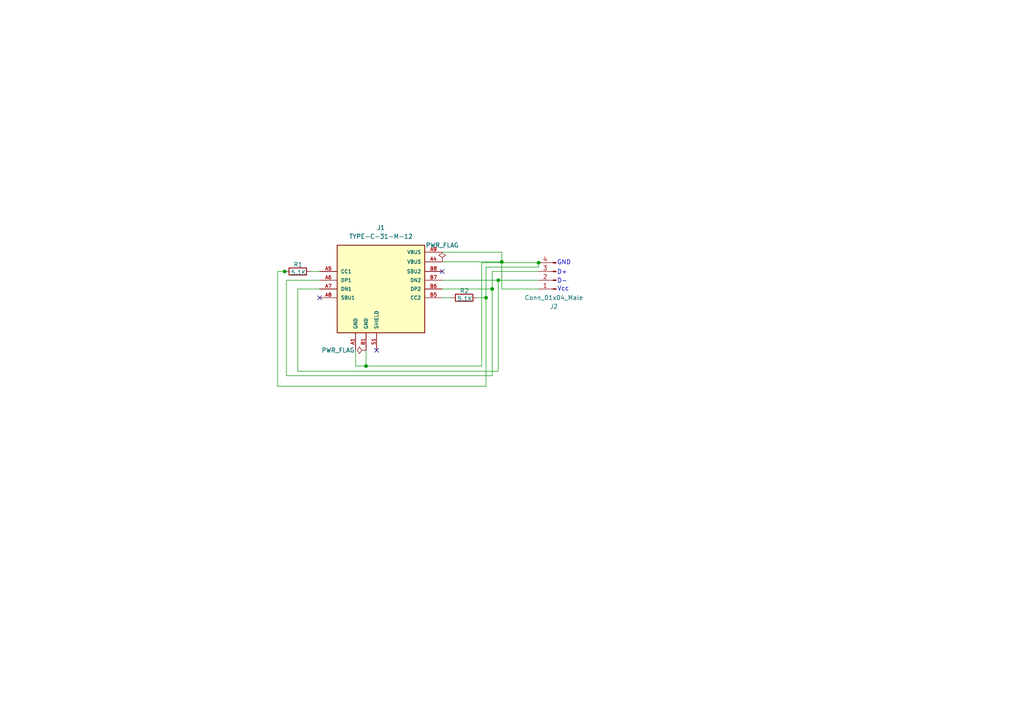
<source format=kicad_sch>
(kicad_sch (version 20211123) (generator eeschema)

  (uuid e63e39d7-6ac0-4ffd-8aa3-1841a4541b55)

  (paper "A4")

  (title_block
    (title "Xbox 360 3rd Party USB-C Conversion Board")
    (rev "1.1")
  )

  (lib_symbols
    (symbol "Connector:Conn_01x04_Male" (pin_names (offset 1.016) hide) (in_bom yes) (on_board yes)
      (property "Reference" "J" (id 0) (at 0 5.08 0)
        (effects (font (size 1.27 1.27)))
      )
      (property "Value" "Conn_01x04_Male" (id 1) (at 0 -7.62 0)
        (effects (font (size 1.27 1.27)))
      )
      (property "Footprint" "" (id 2) (at 0 0 0)
        (effects (font (size 1.27 1.27)) hide)
      )
      (property "Datasheet" "~" (id 3) (at 0 0 0)
        (effects (font (size 1.27 1.27)) hide)
      )
      (property "ki_keywords" "connector" (id 4) (at 0 0 0)
        (effects (font (size 1.27 1.27)) hide)
      )
      (property "ki_description" "Generic connector, single row, 01x04, script generated (kicad-library-utils/schlib/autogen/connector/)" (id 5) (at 0 0 0)
        (effects (font (size 1.27 1.27)) hide)
      )
      (property "ki_fp_filters" "Connector*:*_1x??_*" (id 6) (at 0 0 0)
        (effects (font (size 1.27 1.27)) hide)
      )
      (symbol "Conn_01x04_Male_1_1"
        (polyline
          (pts
            (xy 1.27 -5.08)
            (xy 0.8636 -5.08)
          )
          (stroke (width 0.1524) (type default) (color 0 0 0 0))
          (fill (type none))
        )
        (polyline
          (pts
            (xy 1.27 -2.54)
            (xy 0.8636 -2.54)
          )
          (stroke (width 0.1524) (type default) (color 0 0 0 0))
          (fill (type none))
        )
        (polyline
          (pts
            (xy 1.27 0)
            (xy 0.8636 0)
          )
          (stroke (width 0.1524) (type default) (color 0 0 0 0))
          (fill (type none))
        )
        (polyline
          (pts
            (xy 1.27 2.54)
            (xy 0.8636 2.54)
          )
          (stroke (width 0.1524) (type default) (color 0 0 0 0))
          (fill (type none))
        )
        (rectangle (start 0.8636 -4.953) (end 0 -5.207)
          (stroke (width 0.1524) (type default) (color 0 0 0 0))
          (fill (type outline))
        )
        (rectangle (start 0.8636 -2.413) (end 0 -2.667)
          (stroke (width 0.1524) (type default) (color 0 0 0 0))
          (fill (type outline))
        )
        (rectangle (start 0.8636 0.127) (end 0 -0.127)
          (stroke (width 0.1524) (type default) (color 0 0 0 0))
          (fill (type outline))
        )
        (rectangle (start 0.8636 2.667) (end 0 2.413)
          (stroke (width 0.1524) (type default) (color 0 0 0 0))
          (fill (type outline))
        )
        (pin passive line (at 5.08 2.54 180) (length 3.81)
          (name "Pin_1" (effects (font (size 1.27 1.27))))
          (number "1" (effects (font (size 1.27 1.27))))
        )
        (pin passive line (at 5.08 0 180) (length 3.81)
          (name "Pin_2" (effects (font (size 1.27 1.27))))
          (number "2" (effects (font (size 1.27 1.27))))
        )
        (pin passive line (at 5.08 -2.54 180) (length 3.81)
          (name "Pin_3" (effects (font (size 1.27 1.27))))
          (number "3" (effects (font (size 1.27 1.27))))
        )
        (pin passive line (at 5.08 -5.08 180) (length 3.81)
          (name "Pin_4" (effects (font (size 1.27 1.27))))
          (number "4" (effects (font (size 1.27 1.27))))
        )
      )
    )
    (symbol "Device:R" (pin_numbers hide) (pin_names (offset 0)) (in_bom yes) (on_board yes)
      (property "Reference" "R" (id 0) (at 2.032 0 90)
        (effects (font (size 1.27 1.27)))
      )
      (property "Value" "R" (id 1) (at 0 0 90)
        (effects (font (size 1.27 1.27)))
      )
      (property "Footprint" "" (id 2) (at -1.778 0 90)
        (effects (font (size 1.27 1.27)) hide)
      )
      (property "Datasheet" "~" (id 3) (at 0 0 0)
        (effects (font (size 1.27 1.27)) hide)
      )
      (property "ki_keywords" "R res resistor" (id 4) (at 0 0 0)
        (effects (font (size 1.27 1.27)) hide)
      )
      (property "ki_description" "Resistor" (id 5) (at 0 0 0)
        (effects (font (size 1.27 1.27)) hide)
      )
      (property "ki_fp_filters" "R_*" (id 6) (at 0 0 0)
        (effects (font (size 1.27 1.27)) hide)
      )
      (symbol "R_0_1"
        (rectangle (start -1.016 -2.54) (end 1.016 2.54)
          (stroke (width 0.254) (type default) (color 0 0 0 0))
          (fill (type none))
        )
      )
      (symbol "R_1_1"
        (pin passive line (at 0 3.81 270) (length 1.27)
          (name "~" (effects (font (size 1.27 1.27))))
          (number "1" (effects (font (size 1.27 1.27))))
        )
        (pin passive line (at 0 -3.81 90) (length 1.27)
          (name "~" (effects (font (size 1.27 1.27))))
          (number "2" (effects (font (size 1.27 1.27))))
        )
      )
    )
    (symbol "TYPE-C-31-M-12:TYPE-C-31-M-12" (pin_names (offset 1.016)) (in_bom yes) (on_board yes)
      (property "Reference" "J1" (id 0) (at 0 17.78 0)
        (effects (font (size 1.27 1.27)))
      )
      (property "Value" "TYPE-C-31-M-12" (id 1) (at 0 15.24 0)
        (effects (font (size 1.27 1.27)))
      )
      (property "Footprint" "Connector_USB:USB_C_Receptacle_HRO_TYPE-C-31-M-12" (id 2) (at 0 0 0)
        (effects (font (size 1.27 1.27)) (justify left bottom) hide)
      )
      (property "Datasheet" "" (id 3) (at 0 0 0)
        (effects (font (size 1.27 1.27)) (justify left bottom) hide)
      )
      (property "MANUFACTURER" "HRO Electronics" (id 4) (at 0 0 0)
        (effects (font (size 1.27 1.27)) (justify left bottom) hide)
      )
      (property "MAXIMUM_PACKAGE_HEIGHT" "3.31mm" (id 5) (at 0 0 0)
        (effects (font (size 1.27 1.27)) (justify left bottom) hide)
      )
      (property "STANDARD" "Manufacturer Recommendations" (id 6) (at 0 0 0)
        (effects (font (size 1.27 1.27)) (justify left bottom) hide)
      )
      (property "PARTREV" "A" (id 7) (at 0 0 0)
        (effects (font (size 1.27 1.27)) (justify left bottom) hide)
      )
      (property "ki_locked" "" (id 8) (at 0 0 0)
        (effects (font (size 1.27 1.27)))
      )
      (symbol "TYPE-C-31-M-12_0_0"
        (rectangle (start -12.7 -12.7) (end 12.7 12.7)
          (stroke (width 0.254) (type default) (color 0 0 0 0))
          (fill (type background))
        )
        (pin power_in line (at -7.366 -17.78 90) (length 5.08)
          (name "GND" (effects (font (size 1.016 1.016))))
          (number "A1" (effects (font (size 1.016 1.016))))
        )
        (pin power_in line (at 17.78 7.874 180) (length 5.08)
          (name "VBUS" (effects (font (size 1.016 1.016))))
          (number "A4" (effects (font (size 1.016 1.016))))
        )
        (pin bidirectional line (at -17.78 5.08 0) (length 5.08)
          (name "CC1" (effects (font (size 1.016 1.016))))
          (number "A5" (effects (font (size 1.016 1.016))))
        )
        (pin bidirectional line (at -17.78 2.54 0) (length 5.08)
          (name "DP1" (effects (font (size 1.016 1.016))))
          (number "A6" (effects (font (size 1.016 1.016))))
        )
        (pin bidirectional line (at -17.78 0 0) (length 5.08)
          (name "DN1" (effects (font (size 1.016 1.016))))
          (number "A7" (effects (font (size 1.016 1.016))))
        )
        (pin bidirectional line (at -17.78 -2.54 0) (length 5.08)
          (name "SBU1" (effects (font (size 1.016 1.016))))
          (number "A8" (effects (font (size 1.016 1.016))))
        )
        (pin power_in line (at 17.78 10.668 180) (length 5.08)
          (name "VBUS" (effects (font (size 1.016 1.016))))
          (number "A9" (effects (font (size 1.016 1.016))))
        )
        (pin power_in line (at -4.318 -17.78 90) (length 5.08)
          (name "GND" (effects (font (size 1.016 1.016))))
          (number "B1" (effects (font (size 1.016 1.016))))
        )
        (pin bidirectional line (at 17.78 -2.54 180) (length 5.08)
          (name "CC2" (effects (font (size 1.016 1.016))))
          (number "B5" (effects (font (size 1.016 1.016))))
        )
        (pin bidirectional line (at 17.78 0 180) (length 5.08)
          (name "DP2" (effects (font (size 1.016 1.016))))
          (number "B6" (effects (font (size 1.016 1.016))))
        )
        (pin bidirectional line (at 17.78 2.54 180) (length 5.08)
          (name "DN2" (effects (font (size 1.016 1.016))))
          (number "B7" (effects (font (size 1.016 1.016))))
        )
        (pin bidirectional line (at 17.78 5.08 180) (length 5.08)
          (name "SBU2" (effects (font (size 1.016 1.016))))
          (number "B8" (effects (font (size 1.016 1.016))))
        )
        (pin passive line (at -1.27 -17.78 90) (length 5.08)
          (name "SHIELD" (effects (font (size 1.016 1.016))))
          (number "S1" (effects (font (size 1.016 1.016))))
        )
      )
    )
    (symbol "power:PWR_FLAG" (power) (pin_numbers hide) (pin_names (offset 0) hide) (in_bom yes) (on_board yes)
      (property "Reference" "#FLG" (id 0) (at 0 1.905 0)
        (effects (font (size 1.27 1.27)) hide)
      )
      (property "Value" "PWR_FLAG" (id 1) (at 0 3.81 0)
        (effects (font (size 1.27 1.27)))
      )
      (property "Footprint" "" (id 2) (at 0 0 0)
        (effects (font (size 1.27 1.27)) hide)
      )
      (property "Datasheet" "~" (id 3) (at 0 0 0)
        (effects (font (size 1.27 1.27)) hide)
      )
      (property "ki_keywords" "power-flag" (id 4) (at 0 0 0)
        (effects (font (size 1.27 1.27)) hide)
      )
      (property "ki_description" "Special symbol for telling ERC where power comes from" (id 5) (at 0 0 0)
        (effects (font (size 1.27 1.27)) hide)
      )
      (symbol "PWR_FLAG_0_0"
        (pin power_out line (at 0 0 90) (length 0)
          (name "pwr" (effects (font (size 1.27 1.27))))
          (number "1" (effects (font (size 1.27 1.27))))
        )
      )
      (symbol "PWR_FLAG_0_1"
        (polyline
          (pts
            (xy 0 0)
            (xy 0 1.27)
            (xy -1.016 1.905)
            (xy 0 2.54)
            (xy 1.016 1.905)
            (xy 0 1.27)
          )
          (stroke (width 0) (type default) (color 0 0 0 0))
          (fill (type none))
        )
      )
    )
  )


  (junction (at 140.97 86.36) (diameter 0) (color 0 0 0 0)
    (uuid 1caba20a-d972-4526-b6a3-a455f3f610e8)
  )
  (junction (at 142.748 83.82) (diameter 0) (color 0 0 0 0)
    (uuid 45772412-1526-424d-84ec-77bf4ec10ff8)
  )
  (junction (at 106.172 106.172) (diameter 0) (color 0 0 0 0)
    (uuid 457c7663-c0a1-4cf6-8d6d-268ee8cdc0fe)
  )
  (junction (at 144.526 81.28) (diameter 0) (color 0 0 0 0)
    (uuid 6de303ca-3225-4a43-b476-073916c0e51b)
  )
  (junction (at 145.542 75.946) (diameter 0) (color 0 0 0 0)
    (uuid 93e5430e-9cde-406a-934b-aee86407a5d0)
  )
  (junction (at 156.21 76.2) (diameter 0) (color 0 0 0 0)
    (uuid bf0473c7-0b5a-466f-9bb1-5daaf7a74516)
  )
  (junction (at 82.55 78.74) (diameter 0) (color 0 0 0 0)
    (uuid c4418f84-59ea-4d72-81dc-d0e4571f8e7e)
  )

  (no_connect (at 92.71 86.36) (uuid 89287216-bede-4c95-8a80-be61e2e17c42))
  (no_connect (at 128.27 78.74) (uuid 89287216-bede-4c95-8a80-be61e2e17c43))
  (no_connect (at 109.22 101.6) (uuid e78d57b8-34c7-40d6-b45a-9ffcb3f5357c))

  (wire (pts (xy 80.518 78.74) (xy 80.518 112.014))
    (stroke (width 0) (type default) (color 0 0 0 0))
    (uuid 1f053d37-77cc-459e-adc5-f8f06bf119f6)
  )
  (wire (pts (xy 145.542 75.946) (xy 145.542 83.82))
    (stroke (width 0) (type default) (color 0 0 0 0))
    (uuid 22541104-644a-4d67-b8fa-1c762a76e148)
  )
  (wire (pts (xy 128.27 81.28) (xy 144.526 81.28))
    (stroke (width 0) (type default) (color 0 0 0 0))
    (uuid 25a9af89-f128-49a1-8514-0feefe9612f8)
  )
  (wire (pts (xy 128.27 75.946) (xy 145.542 75.946))
    (stroke (width 0) (type default) (color 0 0 0 0))
    (uuid 3391e5c5-5252-4394-b684-c66cf8999bc8)
  )
  (wire (pts (xy 128.27 86.36) (xy 130.81 86.36))
    (stroke (width 0) (type default) (color 0 0 0 0))
    (uuid 379c7880-895c-43a3-be81-1d46abdb6d31)
  )
  (wire (pts (xy 139.7 76.2) (xy 156.21 76.2))
    (stroke (width 0) (type default) (color 0 0 0 0))
    (uuid 381ec3c9-e67f-421f-a889-e25a24188743)
  )
  (wire (pts (xy 142.748 78.74) (xy 156.21 78.74))
    (stroke (width 0) (type default) (color 0 0 0 0))
    (uuid 3cdea48a-915c-4f42-8333-573b48708693)
  )
  (wire (pts (xy 83.058 81.28) (xy 83.058 108.966))
    (stroke (width 0) (type default) (color 0 0 0 0))
    (uuid 3f8f0ab1-d912-40d1-a3f3-30e0c9c79959)
  )
  (wire (pts (xy 140.97 112.014) (xy 140.97 86.36))
    (stroke (width 0) (type default) (color 0 0 0 0))
    (uuid 44f70088-3ecb-4544-9417-8ef0ed90a886)
  )
  (wire (pts (xy 90.17 78.74) (xy 92.71 78.74))
    (stroke (width 0) (type default) (color 0 0 0 0))
    (uuid 475658a3-ea8b-4284-8718-1be74ece316d)
  )
  (wire (pts (xy 156.21 77.47) (xy 156.21 76.2))
    (stroke (width 0) (type default) (color 0 0 0 0))
    (uuid 4838ce78-7aa5-4809-bad8-8679c7dffa04)
  )
  (wire (pts (xy 138.43 86.36) (xy 140.97 86.36))
    (stroke (width 0) (type default) (color 0 0 0 0))
    (uuid 4be986aa-f021-402d-9b49-90bb0ad10020)
  )
  (wire (pts (xy 92.71 83.82) (xy 86.36 83.82))
    (stroke (width 0) (type default) (color 0 0 0 0))
    (uuid 4cbc63c9-d696-4f33-aee0-d14d97db3e92)
  )
  (wire (pts (xy 142.748 83.82) (xy 142.748 78.74))
    (stroke (width 0) (type default) (color 0 0 0 0))
    (uuid 6b6860f5-0884-49ed-81c8-98fc88a0249c)
  )
  (wire (pts (xy 139.7 106.172) (xy 139.7 76.2))
    (stroke (width 0) (type default) (color 0 0 0 0))
    (uuid 83aa9884-f315-4fd4-a994-b2b717b303ce)
  )
  (wire (pts (xy 82.804 78.74) (xy 82.55 78.74))
    (stroke (width 0) (type default) (color 0 0 0 0))
    (uuid 8618bfc3-f76a-4741-8c00-0ce49dd0f2a6)
  )
  (wire (pts (xy 103.124 106.172) (xy 106.172 106.172))
    (stroke (width 0) (type default) (color 0 0 0 0))
    (uuid 98f6077b-dccb-4375-be6e-152798f42bce)
  )
  (wire (pts (xy 140.97 86.36) (xy 140.97 77.47))
    (stroke (width 0) (type default) (color 0 0 0 0))
    (uuid 9c2a5664-3c4d-4d8d-ba01-e6bd80ddb62a)
  )
  (wire (pts (xy 86.36 83.82) (xy 86.36 107.696))
    (stroke (width 0) (type default) (color 0 0 0 0))
    (uuid a598fa92-f8b0-4b99-82d7-45a2ba780709)
  )
  (wire (pts (xy 82.55 78.74) (xy 80.518 78.74))
    (stroke (width 0) (type default) (color 0 0 0 0))
    (uuid ae86a6f4-d574-4593-a001-62f0c1c9e1e6)
  )
  (wire (pts (xy 145.542 73.152) (xy 145.542 75.946))
    (stroke (width 0) (type default) (color 0 0 0 0))
    (uuid bbe645d4-4869-4ed2-b74f-ed55ed42d253)
  )
  (wire (pts (xy 92.71 81.28) (xy 83.058 81.28))
    (stroke (width 0) (type default) (color 0 0 0 0))
    (uuid c04bb9e5-30a7-4fb6-8c17-290925e4b9e5)
  )
  (wire (pts (xy 142.748 108.966) (xy 142.748 83.82))
    (stroke (width 0) (type default) (color 0 0 0 0))
    (uuid c527f308-56ab-48d1-952d-ad41917b8ba9)
  )
  (wire (pts (xy 106.172 101.6) (xy 106.172 106.172))
    (stroke (width 0) (type default) (color 0 0 0 0))
    (uuid cce71698-963e-434f-9c05-3863a68a92cb)
  )
  (wire (pts (xy 128.27 73.152) (xy 145.542 73.152))
    (stroke (width 0) (type default) (color 0 0 0 0))
    (uuid cd6b9615-a1d1-420b-9c3d-ad9728d72604)
  )
  (wire (pts (xy 145.542 83.82) (xy 156.21 83.82))
    (stroke (width 0) (type default) (color 0 0 0 0))
    (uuid d62cfea8-8f33-4201-8399-d47fe88fe3c5)
  )
  (wire (pts (xy 144.526 81.28) (xy 156.21 81.28))
    (stroke (width 0) (type default) (color 0 0 0 0))
    (uuid de2d19c0-f0b0-446c-9ebb-2f2162c0b4ff)
  )
  (wire (pts (xy 144.526 107.696) (xy 144.526 81.28))
    (stroke (width 0) (type default) (color 0 0 0 0))
    (uuid e29fdd0e-802b-4bee-a1dd-471ab7094044)
  )
  (wire (pts (xy 106.172 106.172) (xy 139.7 106.172))
    (stroke (width 0) (type default) (color 0 0 0 0))
    (uuid e736ea18-3442-4169-95fe-489b7b8b7f1f)
  )
  (wire (pts (xy 140.97 77.47) (xy 156.21 77.47))
    (stroke (width 0) (type default) (color 0 0 0 0))
    (uuid ed60d952-bf69-461c-8467-ecca893b89fe)
  )
  (wire (pts (xy 128.27 83.82) (xy 142.748 83.82))
    (stroke (width 0) (type default) (color 0 0 0 0))
    (uuid edb314d4-6a64-4bdf-bfbd-9b2ee7345223)
  )
  (wire (pts (xy 86.36 107.696) (xy 144.526 107.696))
    (stroke (width 0) (type default) (color 0 0 0 0))
    (uuid f1a6f4a9-1c66-44d9-bd15-4c7ccd72d872)
  )
  (wire (pts (xy 83.058 108.966) (xy 142.748 108.966))
    (stroke (width 0) (type default) (color 0 0 0 0))
    (uuid f2019955-c8b2-438a-8045-1ed15972c261)
  )
  (wire (pts (xy 103.124 101.6) (xy 103.124 106.172))
    (stroke (width 0) (type default) (color 0 0 0 0))
    (uuid f9cfd4f2-ff52-4de2-a845-ed576ff056f2)
  )
  (wire (pts (xy 80.518 112.014) (xy 140.97 112.014))
    (stroke (width 0) (type default) (color 0 0 0 0))
    (uuid fc299c09-4c04-46c8-ab1d-1b59dd65157a)
  )

  (text "D-" (at 164.592 82.296 180)
    (effects (font (size 1.27 1.27)) (justify right bottom))
    (uuid 156336ce-b358-41e1-8351-64746b0818fb)
  )
  (text "GND" (at 165.608 76.962 180)
    (effects (font (size 1.27 1.27)) (justify right bottom))
    (uuid 8d5c40d0-1e73-4ede-aaad-ff2f6a0f91b1)
  )
  (text "Vcc" (at 165.1 84.582 180)
    (effects (font (size 1.27 1.27)) (justify right bottom))
    (uuid 916f8ead-759e-4836-835d-c351747b2ad4)
  )
  (text "D+" (at 164.592 79.756 180)
    (effects (font (size 1.27 1.27)) (justify right bottom))
    (uuid 9eab2a74-7819-4f65-8cc6-c6bfea329d49)
  )

  (symbol (lib_id "power:PWR_FLAG") (at 106.172 101.6 90) (unit 1)
    (in_bom yes) (on_board yes) (fields_autoplaced)
    (uuid 0685b58a-a43d-459f-8c77-4281f907df32)
    (property "Reference" "#FLG0101" (id 0) (at 104.267 101.6 0)
      (effects (font (size 1.27 1.27)) hide)
    )
    (property "Value" "PWR_FLAG" (id 1) (at 102.87 101.5999 90)
      (effects (font (size 1.27 1.27)) (justify left))
    )
    (property "Footprint" "" (id 2) (at 106.172 101.6 0)
      (effects (font (size 1.27 1.27)) hide)
    )
    (property "Datasheet" "~" (id 3) (at 106.172 101.6 0)
      (effects (font (size 1.27 1.27)) hide)
    )
    (pin "1" (uuid b39634f2-e0bb-48fb-9e4e-e7bc4618efed))
  )

  (symbol (lib_id "power:PWR_FLAG") (at 128.27 75.946 0) (unit 1)
    (in_bom yes) (on_board yes) (fields_autoplaced)
    (uuid 0fb35c06-c566-44d6-871a-3593bb28d69c)
    (property "Reference" "#FLG0102" (id 0) (at 128.27 74.041 0)
      (effects (font (size 1.27 1.27)) hide)
    )
    (property "Value" "PWR_FLAG" (id 1) (at 128.27 71.12 0))
    (property "Footprint" "" (id 2) (at 128.27 75.946 0)
      (effects (font (size 1.27 1.27)) hide)
    )
    (property "Datasheet" "~" (id 3) (at 128.27 75.946 0)
      (effects (font (size 1.27 1.27)) hide)
    )
    (pin "1" (uuid e9372a7c-0710-4de5-b54f-49c42ea80e97))
  )

  (symbol (lib_id "Device:R") (at 134.62 86.36 90) (unit 1)
    (in_bom yes) (on_board yes)
    (uuid 2091852b-bd83-4259-b171-3d900d1a7eaf)
    (property "Reference" "R2" (id 0) (at 133.35 85.09 90)
      (effects (font (size 1.27 1.27)) (justify right top))
    )
    (property "Value" "5.1K" (id 1) (at 132.588 87.376 90)
      (effects (font (size 1.27 1.27)) (justify right top))
    )
    (property "Footprint" "Resistor_SMD:R_0603_1608Metric" (id 2) (at 134.62 88.138 90)
      (effects (font (size 1.27 1.27)) hide)
    )
    (property "Datasheet" "~" (id 3) (at 134.62 86.36 0)
      (effects (font (size 1.27 1.27)) hide)
    )
    (pin "1" (uuid 16a58dd0-1886-4fa9-9fa7-482ee765ae53))
    (pin "2" (uuid c389ce63-79cf-4025-8342-f58903727b28))
  )

  (symbol (lib_id "Connector:Conn_01x04_Male") (at 161.29 81.28 180) (unit 1)
    (in_bom yes) (on_board yes)
    (uuid 60300a8e-81bf-4059-b192-42b210084ea0)
    (property "Reference" "J2" (id 0) (at 160.655 88.9 0))
    (property "Value" "Conn_01x04_Male" (id 1) (at 160.655 86.36 0))
    (property "Footprint" "Connector_PinHeader_2.54mm:PinHeader_1x04_P2.54mm_Vertical" (id 2) (at 161.29 81.28 0)
      (effects (font (size 1.27 1.27)) hide)
    )
    (property "Datasheet" "~" (id 3) (at 161.29 81.28 0)
      (effects (font (size 1.27 1.27)) hide)
    )
    (pin "1" (uuid 95789b67-9e49-431b-a817-e0733faa542a))
    (pin "2" (uuid e930b815-9243-4f46-8a49-bd85446810f2))
    (pin "3" (uuid fff4eb55-97d0-47c0-b587-412bb1e18d5e))
    (pin "4" (uuid 8ea9d658-e3e2-470f-8a0a-743f186ea187))
  )

  (symbol (lib_id "TYPE-C-31-M-12:TYPE-C-31-M-12") (at 110.49 83.82 0) (unit 1)
    (in_bom yes) (on_board yes) (fields_autoplaced)
    (uuid ba0bdf28-be97-449e-80c9-dc521a350fa6)
    (property "Reference" "J1" (id 0) (at 110.49 66.04 0))
    (property "Value" "TYPE-C-31-M-12" (id 1) (at 110.49 68.58 0))
    (property "Footprint" "Connector_USB:USB_C_Receptacle_HRO_TYPE-C-31-M-12" (id 2) (at 110.49 83.82 0)
      (effects (font (size 1.27 1.27)) (justify left bottom) hide)
    )
    (property "Datasheet" "" (id 3) (at 110.49 83.82 0)
      (effects (font (size 1.27 1.27)) (justify left bottom) hide)
    )
    (property "MANUFACTURER" "HRO Electronics" (id 4) (at 110.49 83.82 0)
      (effects (font (size 1.27 1.27)) (justify left bottom) hide)
    )
    (property "MAXIMUM_PACKAGE_HEIGHT" "3.31mm" (id 5) (at 110.49 83.82 0)
      (effects (font (size 1.27 1.27)) (justify left bottom) hide)
    )
    (property "STANDARD" "Manufacturer Recommendations" (id 6) (at 110.49 83.82 0)
      (effects (font (size 1.27 1.27)) (justify left bottom) hide)
    )
    (property "PARTREV" "A" (id 7) (at 110.49 83.82 0)
      (effects (font (size 1.27 1.27)) (justify left bottom) hide)
    )
    (pin "A1" (uuid 8a711362-c5ad-449a-8f2e-189588fac849))
    (pin "A4" (uuid 0f3ffdc9-7aa3-4cee-8b6c-efc7e0ae099d))
    (pin "A5" (uuid fbcc325d-f41d-4662-b7f5-b70a0a1bcfec))
    (pin "A6" (uuid 43f6d789-f65f-430c-acdc-66ad6126da00))
    (pin "A7" (uuid 645f3904-7418-47a6-9b58-dad61c5a995c))
    (pin "A8" (uuid 21446e13-c2d2-4055-8008-f265c71a2563))
    (pin "B1" (uuid d9f78c29-7593-4be5-b1d8-170b160df0a4))
    (pin "A9" (uuid 761dd943-3a9a-482b-9d0b-b32b6328e5d6))
    (pin "B5" (uuid 1d4094b4-9f95-44ed-86b3-ba5dde27f18c))
    (pin "B6" (uuid 1b2becd0-663d-42a1-aaa7-9858e45cb72b))
    (pin "B7" (uuid 7d4b5306-7f0e-4838-9e8a-22676400e2eb))
    (pin "B8" (uuid 750caca4-1414-4077-be32-0b49ec305797))
    (pin "S1" (uuid f2d31f4c-c985-4cbc-9da5-4e18f509d0e4))
  )

  (symbol (lib_id "Device:R") (at 86.36 78.74 90) (unit 1)
    (in_bom yes) (on_board yes)
    (uuid f1af4b97-687d-444c-aea7-4633ca6f9b7a)
    (property "Reference" "R1" (id 0) (at 85.09 77.47 90)
      (effects (font (size 1.27 1.27)) (justify right top))
    )
    (property "Value" "5.1K" (id 1) (at 84.328 79.756 90)
      (effects (font (size 1.27 1.27)) (justify right top))
    )
    (property "Footprint" "Resistor_SMD:R_0603_1608Metric" (id 2) (at 86.36 80.518 90)
      (effects (font (size 1.27 1.27)) hide)
    )
    (property "Datasheet" "~" (id 3) (at 86.36 78.74 0)
      (effects (font (size 1.27 1.27)) hide)
    )
    (pin "1" (uuid cc98fb16-9a4b-4281-b983-c3ea77ae09fe))
    (pin "2" (uuid bc119058-3220-4945-863a-edd8a13b6825))
  )

  (sheet_instances
    (path "/" (page "1"))
  )

  (symbol_instances
    (path "/0685b58a-a43d-459f-8c77-4281f907df32"
      (reference "#FLG0101") (unit 1) (value "PWR_FLAG") (footprint "")
    )
    (path "/0fb35c06-c566-44d6-871a-3593bb28d69c"
      (reference "#FLG0102") (unit 1) (value "PWR_FLAG") (footprint "")
    )
    (path "/ba0bdf28-be97-449e-80c9-dc521a350fa6"
      (reference "J1") (unit 1) (value "TYPE-C-31-M-12") (footprint "Connector_USB:USB_C_Receptacle_HRO_TYPE-C-31-M-12")
    )
    (path "/60300a8e-81bf-4059-b192-42b210084ea0"
      (reference "J2") (unit 1) (value "Conn_01x04_Male") (footprint "Connector_PinHeader_2.54mm:PinHeader_1x04_P2.54mm_Vertical")
    )
    (path "/f1af4b97-687d-444c-aea7-4633ca6f9b7a"
      (reference "R1") (unit 1) (value "5.1K") (footprint "Resistor_SMD:R_0603_1608Metric")
    )
    (path "/2091852b-bd83-4259-b171-3d900d1a7eaf"
      (reference "R2") (unit 1) (value "5.1K") (footprint "Resistor_SMD:R_0603_1608Metric")
    )
  )
)

</source>
